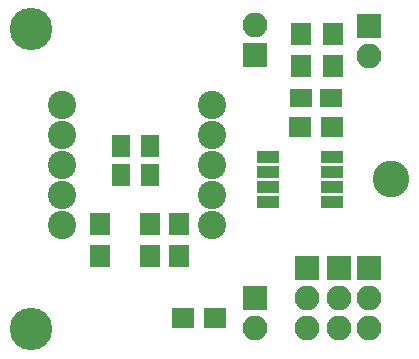
<source format=gbr>
G04 #@! TF.GenerationSoftware,KiCad,Pcbnew,(5.0.0-rc2-dev-444-g2974a2c10)*
G04 #@! TF.CreationDate,2018-09-21T18:48:47-07:00*
G04 #@! TF.ProjectId,retro meter v02,726574726F206D65746572207630322E,rev?*
G04 #@! TF.SameCoordinates,Original*
G04 #@! TF.FileFunction,Soldermask,Top*
G04 #@! TF.FilePolarity,Negative*
%FSLAX46Y46*%
G04 Gerber Fmt 4.6, Leading zero omitted, Abs format (unit mm)*
G04 Created by KiCad (PCBNEW (5.0.0-rc2-dev-444-g2974a2c10)) date 09/21/18 18:48:47*
%MOMM*%
%LPD*%
G01*
G04 APERTURE LIST*
%ADD10C,2.400000*%
%ADD11R,1.650000X1.900000*%
%ADD12R,1.900000X1.650000*%
%ADD13R,1.700000X1.900000*%
%ADD14R,1.900000X1.700000*%
%ADD15R,1.950000X1.000000*%
%ADD16O,2.100000X2.100000*%
%ADD17R,2.100000X2.100000*%
%ADD18C,3.600000*%
%ADD19C,3.100000*%
G04 APERTURE END LIST*
D10*
X199485000Y-55920000D03*
X186785000Y-55920000D03*
X199485000Y-58460000D03*
X186785000Y-58460000D03*
X199485000Y-61000000D03*
X186785000Y-61000000D03*
X199485000Y-63540000D03*
X186785000Y-63540000D03*
X199485000Y-66080000D03*
X186785000Y-66080000D03*
D11*
X191731041Y-61900664D03*
X191731041Y-59400664D03*
D12*
X207030000Y-55372000D03*
X209530000Y-55372000D03*
D13*
X209677000Y-52658000D03*
X209677000Y-49958000D03*
X196635000Y-68750000D03*
X196635000Y-66050000D03*
X194235000Y-68750000D03*
X194235000Y-66050000D03*
X207010000Y-49958000D03*
X207010000Y-52658000D03*
D14*
X206930000Y-57785000D03*
X209630000Y-57785000D03*
D13*
X189935000Y-66050000D03*
X189935000Y-68750000D03*
D15*
X209583000Y-60325000D03*
X209583000Y-61595000D03*
X209583000Y-62865000D03*
X209583000Y-64135000D03*
X204183000Y-64135000D03*
X204183000Y-62865000D03*
X204183000Y-61595000D03*
X204183000Y-60325000D03*
D11*
X194231041Y-59400664D03*
X194231041Y-61900664D03*
D16*
X212725000Y-51790000D03*
D17*
X212725000Y-49250000D03*
X203135000Y-51750000D03*
D16*
X203135000Y-49210000D03*
D14*
X196985000Y-74000000D03*
X199685000Y-74000000D03*
D16*
X207468333Y-74830000D03*
X207468333Y-72290000D03*
D17*
X207468333Y-69750000D03*
X210185000Y-69750000D03*
D16*
X210185000Y-72290000D03*
X210185000Y-74830000D03*
X212725000Y-74830000D03*
X212725000Y-72290000D03*
D17*
X212725000Y-69750000D03*
D16*
X203135000Y-74790000D03*
D17*
X203135000Y-72250000D03*
D18*
X184150000Y-49530000D03*
X184150000Y-74930000D03*
D19*
X214630000Y-62230000D03*
M02*

</source>
